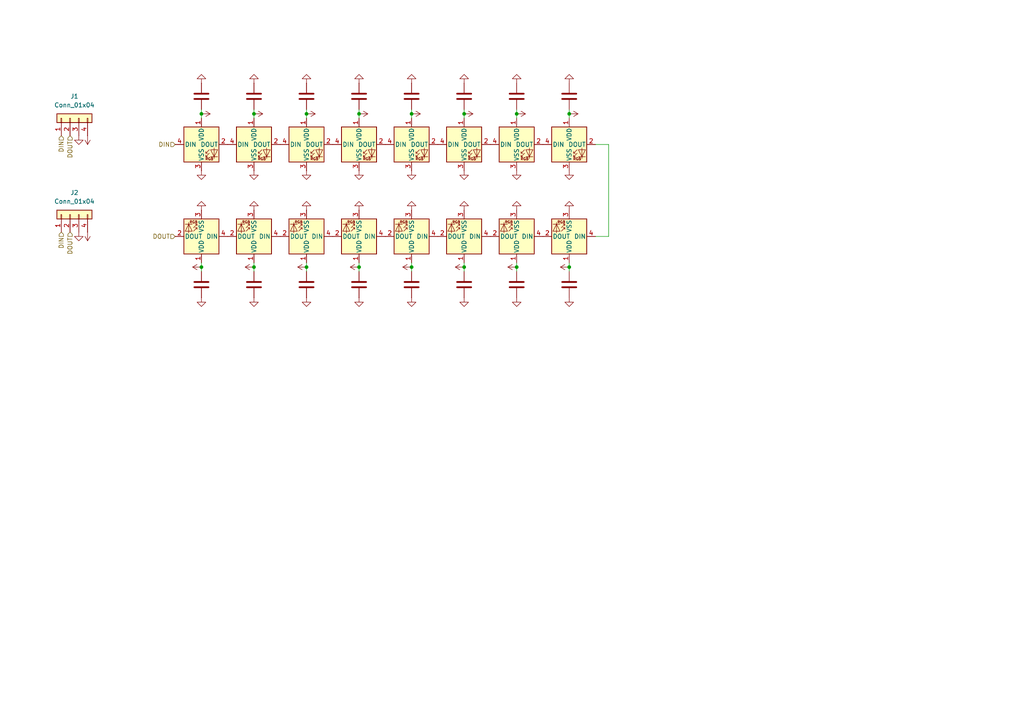
<source format=kicad_sch>
(kicad_sch (version 20231120) (generator "eeschema") (generator_version "8.0")
  (paper "A4")
  (lib_symbols
    (symbol "Connector_Generic:Conn_01x04" (pin_names (offset 1.016) hide)
      (property "Reference" "J" (at 0 5.08 0))
      (property "Value" "Conn_01x04" (at 0 -7.62 0))
      (symbol "Conn_01x04_1_1"
        (rectangle (start -1.27 -4.953) (end 0 -5.207) (stroke (width 0.1524)))
        (rectangle (start -1.27 -2.413) (end 0 -2.667) (stroke (width 0.1524)))
        (rectangle (start -1.27 0.127) (end 0 -0.127) (stroke (width 0.1524)))
        (rectangle (start -1.27 2.667) (end 0 2.413) (stroke (width 0.1524)))
        (rectangle (start -1.27 3.81) (end 1.27 -6.35) (stroke (width 0.254)) (fill (type background)))
        (pin passive line (at -5.08 2.54 0) (length 3.81) (name "Pin_1") (number "1"))
        (pin passive line (at -5.08 0 0) (length 3.81) (name "Pin_2") (number "2"))
        (pin passive line (at -5.08 -2.54 0) (length 3.81) (name "Pin_3") (number "3"))
        (pin passive line (at -5.08 -5.08 0) (length 3.81) (name "Pin_4") (number "4"))
      )
    )
    (symbol "Device:C" (pin_numbers hide) (pin_names (offset 0.254))
      (property "Reference" "C" (at 0.635 2.54 0))
      (property "Value" "C" (at 0.635 -2.54 0))
      (symbol "C_0_1"
        (polyline (pts (xy -2.032 -0.762) (xy 2.032 -0.762)) (stroke (width 0.508)))
        (polyline (pts (xy -2.032 0.762) (xy 2.032 0.762)) (stroke (width 0.508)))
      )
      (symbol "C_1_1"
        (pin passive line (at 0 3.81 270) (length 2.794) (name "~") (number "1"))
        (pin passive line (at 0 -3.81 90) (length 2.794) (name "~") (number "2"))
      )
    )
    (symbol "LED:WS2812B" (pin_names (offset 0.254))
      (property "Reference" "D" (at 5.08 5.715 0))
      (property "Value" "WS2812B" (at 1.27 -5.715 0))
      (symbol "WS2812B_0_0"
        (text "RGB" (at 2.286 -4.191 0) (effects (font (size 0.762 0.762))))
      )
      (symbol "WS2812B_0_1"
        (polyline (pts (xy 1.27 -3.556) (xy 1.778 -3.556)))
        (polyline (pts (xy 1.27 -2.54) (xy 1.778 -2.54)))
        (polyline (pts (xy 4.699 -3.556) (xy 2.667 -3.556)))
        (polyline (pts (xy 2.286 -2.54) (xy 1.27 -3.556) (xy 1.27 -3.048)))
        (polyline (pts (xy 2.286 -1.524) (xy 1.27 -2.54) (xy 1.27 -2.032)))
        (polyline (pts (xy 3.683 -1.016) (xy 3.683 -3.556) (xy 3.683 -4.064)))
        (polyline (pts (xy 4.699 -1.524) (xy 2.667 -1.524) (xy 3.683 -3.556) (xy 4.699 -1.524)))
        (rectangle (start 5.08 5.08) (end -5.08 -5.08) (stroke (width 0.254)) (fill (type background)))
      )
      (symbol "WS2812B_1_1"
        (pin power_in line (at 0 7.62 270) (length 2.54) (name "VDD") (number "1"))
        (pin output line (at 7.62 0 180) (length 2.54) (name "DOUT") (number "2"))
        (pin power_in line (at 0 -7.62 90) (length 2.54) (name "VSS") (number "3"))
        (pin input line (at -7.62 0 0) (length 2.54) (name "DIN") (number "4"))
      )
    )
    (symbol "power:GND" (power) (pin_numbers hide) (pin_names (offset 0) hide)
      (property "Value" "GND" (at 0 -3.81 0))
      (symbol "GND_0_1"
        (polyline (pts (xy 0 0) (xy 0 -1.27) (xy 1.27 -1.27) (xy 0 -2.54) (xy -1.27 -1.27) (xy 0 -1.27)))
      )
      (symbol "GND_1_1"
        (pin power_in line (at 0 0 270) (length 0) (name "~") (number "1"))
      )
    )
    (symbol "power:VCC" (power) (pin_numbers hide) (pin_names (offset 0) hide)
      (property "Value" "VCC" (at 0 3.556 0))
      (symbol "VCC_0_1"
        (polyline (pts (xy -0.762 1.27) (xy 0 2.54)))
        (polyline (pts (xy 0 0) (xy 0 2.54)))
        (polyline (pts (xy 0 2.54) (xy 0.762 1.27)))
      )
      (symbol "VCC_1_1"
        (pin power_in line (at 0 0 90) (length 0) (name "~") (number "1"))
      )
    )
  )
  (junction (at 119.38 33.02))
  (junction (at 73.66 33.02))
  (junction (at 134.62 33.02))
  (junction (at 88.9 77.47))
  (junction (at 134.62 77.47))
  (junction (at 104.14 77.47))
  (junction (at 73.66 77.47))
  (junction (at 58.42 33.02))
  (junction (at 165.1 77.47))
  (junction (at 119.38 77.47))
  (junction (at 149.86 33.02))
  (junction (at 165.1 33.02))
  (junction (at 58.42 77.47))
  (junction (at 88.9 33.02))
  (junction (at 149.86 77.47))
  (junction (at 104.14 33.02))
  (wire (pts (xy 149.86 33.02) (xy 149.86 34.29)))
  (wire (pts (xy 104.14 33.02) (xy 104.14 34.29)))
  (wire (pts (xy 165.1 78.74) (xy 165.1 77.47)))
  (wire (pts (xy 58.42 31.75) (xy 58.42 33.02)))
  (wire (pts (xy 134.62 77.47) (xy 134.62 76.2)))
  (wire (pts (xy 58.42 78.74) (xy 58.42 77.47)))
  (wire (pts (xy 58.42 33.02) (xy 58.42 34.29)))
  (wire (pts (xy 119.38 77.47) (xy 119.38 76.2)))
  (wire (pts (xy 149.86 78.74) (xy 149.86 77.47)))
  (wire (pts (xy 58.42 77.47) (xy 58.42 76.2)))
  (wire (pts (xy 88.9 77.47) (xy 88.9 76.2)))
  (wire (pts (xy 134.62 78.74) (xy 134.62 77.47)))
  (wire (pts (xy 165.1 77.47) (xy 165.1 76.2)))
  (wire (pts (xy 165.1 31.75) (xy 165.1 33.02)))
  (wire (pts (xy 172.72 41.91) (xy 176.53 41.91)))
  (wire (pts (xy 73.66 77.47) (xy 73.66 76.2)))
  (wire (pts (xy 134.62 31.75) (xy 134.62 33.02)))
  (wire (pts (xy 149.86 31.75) (xy 149.86 33.02)))
  (wire (pts (xy 149.86 77.47) (xy 149.86 76.2)))
  (wire (pts (xy 119.38 33.02) (xy 119.38 34.29)))
  (wire (pts (xy 165.1 33.02) (xy 165.1 34.29)))
  (wire (pts (xy 104.14 31.75) (xy 104.14 33.02)))
  (wire (pts (xy 73.66 33.02) (xy 73.66 34.29)))
  (wire (pts (xy 134.62 33.02) (xy 134.62 34.29)))
  (wire (pts (xy 176.53 68.58) (xy 172.72 68.58)))
  (wire (pts (xy 73.66 31.75) (xy 73.66 33.02)))
  (wire (pts (xy 88.9 78.74) (xy 88.9 77.47)))
  (wire (pts (xy 104.14 77.47) (xy 104.14 76.2)))
  (wire (pts (xy 104.14 78.74) (xy 104.14 77.47)))
  (wire (pts (xy 88.9 33.02) (xy 88.9 34.29)))
  (wire (pts (xy 119.38 78.74) (xy 119.38 77.47)))
  (wire (pts (xy 88.9 31.75) (xy 88.9 33.02)))
  (wire (pts (xy 119.38 31.75) (xy 119.38 33.02)))
  (wire (pts (xy 176.53 41.91) (xy 176.53 68.58)))
  (wire (pts (xy 73.66 78.74) (xy 73.66 77.47)))
  (hierarchical_label "DOUT" (shape input) (at 50.8 68.58 180))
  (hierarchical_label "DIN" (shape input) (at 17.78 67.31 270))
  (hierarchical_label "DOUT" (shape input) (at 20.32 67.31 270))
  (hierarchical_label "DIN" (shape input) (at 50.8 41.91 180))
  (hierarchical_label "DIN" (shape input) (at 17.78 39.37 270))
  (hierarchical_label "DOUT" (shape input) (at 20.32 39.37 270))
  (symbol (lib_id "power:VCC") (at 58.42 33.02 270) (unit 1)
    (property "Reference" "#PWR01" (effects (hide yes)))
    (property "Value" "VCC" (effects (hide yes)))
    (property "Description" "Power symbol creates a global label with name \"VCC\"" (effects (hide yes)))
  )
  (symbol (lib_id "power:GND") (at 58.42 24.13 180) (unit 1)
    (property "Reference" "#PWR03" (effects (hide yes)))
    (property "Value" "GND" (effects (hide yes)))
    (property "Description" "Power symbol creates a global label with name \"GND\" , ground" (effects (hide yes)))
  )
  (symbol (lib_id "LED:WS2812B") (at 119.38 68.58 180) (unit 1)
    (property "Reference" "D12" (effects (hide yes)))
    (property "Value" "WS2812B" (effects (hide yes)))
    (property "Footprint" "LED_SMD:LED_WS2812B_PLCC4_5.0x5.0mm_P3.2mm" (effects (hide yes)))
    (property "Datasheet" "https://cdn-shop.adafruit.com/datasheets/WS2812B.pdf" (effects (hide yes)))
    (property "Description" "RGB LED with integrated controller" (effects (hide yes)))
  )
  (symbol (lib_id "Device:C") (at 165.1 82.55 180) (unit 1)
    (property "Reference" "C9" (effects (hide yes)))
    (property "Value" "C" (effects (hide yes)))
    (property "Footprint" "Capacitor_SMD:C_0603_1608Metric" (effects (hide yes)))
    (property "Description" "Unpolarized capacitor" (effects (hide yes)))
  )
  (symbol (lib_id "power:GND") (at 134.62 86.36 0) (unit 1)
    (property "Reference" "#PWR031" (effects (hide yes)))
    (property "Value" "GND" (effects (hide yes)))
    (property "Description" "Power symbol creates a global label with name \"GND\" , ground" (effects (hide yes)))
  )
  (symbol (lib_id "power:VCC") (at 73.66 77.47 90) (unit 1)
    (property "Reference" "#PWR044" (effects (hide yes)))
    (property "Value" "VCC" (effects (hide yes)))
    (property "Description" "Power symbol creates a global label with name \"VCC\"" (effects (hide yes)))
  )
  (symbol (lib_id "Device:C") (at 88.9 82.55 180) (unit 1)
    (property "Reference" "C14" (effects (hide yes)))
    (property "Value" "C" (effects (hide yes)))
    (property "Footprint" "Capacitor_SMD:C_0603_1608Metric" (effects (hide yes)))
    (property "Description" "Unpolarized capacitor" (effects (hide yes)))
  )
  (symbol (lib_id "power:GND") (at 165.1 86.36 0) (unit 1)
    (property "Reference" "#PWR025" (effects (hide yes)))
    (property "Value" "GND" (effects (hide yes)))
    (property "Description" "Power symbol creates a global label with name \"GND\" , ground" (effects (hide yes)))
  )
  (symbol (lib_id "power:GND") (at 22.86 67.31 0) (unit 1)
    (property "Reference" "#PWR050" (effects (hide yes)))
    (property "Value" "GND" (effects (hide yes)))
    (property "Description" "Power symbol creates a global label with name \"GND\" , ground" (effects (hide yes)))
  )
  (symbol (lib_id "LED:WS2812B") (at 165.1 68.58 180) (unit 1)
    (property "Reference" "D9" (effects (hide yes)))
    (property "Value" "WS2812B" (effects (hide yes)))
    (property "Footprint" "LED_SMD:LED_WS2812B_PLCC4_5.0x5.0mm_P3.2mm" (effects (hide yes)))
    (property "Datasheet" "https://cdn-shop.adafruit.com/datasheets/WS2812B.pdf" (effects (hide yes)))
    (property "Description" "RGB LED with integrated controller" (effects (hide yes)))
  )
  (symbol (lib_id "LED:WS2812B") (at 119.38 41.91 0) (unit 1)
    (property "Reference" "D5" (effects (hide yes)))
    (property "Value" "WS2812B" (effects (hide yes)))
    (property "Footprint" "LED_SMD:LED_WS2812B_PLCC4_5.0x5.0mm_P3.2mm" (effects (hide yes)))
    (property "Datasheet" "https://cdn-shop.adafruit.com/datasheets/WS2812B.pdf" (effects (hide yes)))
    (property "Description" "RGB LED with integrated controller" (effects (hide yes)))
  )
  (symbol (lib_id "power:VCC") (at 134.62 77.47 90) (unit 1)
    (property "Reference" "#PWR032" (effects (hide yes)))
    (property "Value" "VCC" (effects (hide yes)))
    (property "Description" "Power symbol creates a global label with name \"VCC\"" (effects (hide yes)))
  )
  (symbol (lib_id "Device:C") (at 88.9 27.94 0) (unit 1)
    (property "Reference" "C3" (effects (hide yes)))
    (property "Value" "C" (effects (hide yes)))
    (property "Footprint" "Capacitor_SMD:C_0603_1608Metric" (effects (hide yes)))
    (property "Description" "Unpolarized capacitor" (effects (hide yes)))
  )
  (symbol (lib_id "power:GND") (at 22.86 39.37 0) (unit 1)
    (property "Reference" "#PWR049" (effects (hide yes)))
    (property "Value" "GND" (effects (hide yes)))
    (property "Description" "Power symbol creates a global label with name \"GND\" , ground" (effects (hide yes)))
  )
  (symbol (lib_id "power:GND") (at 149.86 60.96 180) (unit 1)
    (property "Reference" "#PWR030" (effects (hide yes)))
    (property "Value" "GND" (effects (hide yes)))
    (property "Description" "Power symbol creates a global label with name \"GND\" , ground" (effects (hide yes)))
  )
  (symbol (lib_id "power:GND") (at 149.86 24.13 180) (unit 1)
    (property "Reference" "#PWR019" (effects (hide yes)))
    (property "Value" "GND" (effects (hide yes)))
    (property "Description" "Power symbol creates a global label with name \"GND\" , ground" (effects (hide yes)))
  )
  (symbol (lib_id "power:GND") (at 149.86 49.53 0) (unit 1)
    (property "Reference" "#PWR021" (effects (hide yes)))
    (property "Value" "GND" (effects (hide yes)))
    (property "Description" "Power symbol creates a global label with name \"GND\" , ground" (effects (hide yes)))
  )
  (symbol (lib_id "power:GND") (at 104.14 24.13 180) (unit 1)
    (property "Reference" "#PWR010" (effects (hide yes)))
    (property "Value" "GND" (effects (hide yes)))
    (property "Description" "Power symbol creates a global label with name \"GND\" , ground" (effects (hide yes)))
  )
  (symbol (lib_id "power:GND") (at 165.1 60.96 180) (unit 1)
    (property "Reference" "#PWR027" (effects (hide yes)))
    (property "Value" "GND" (effects (hide yes)))
    (property "Description" "Power symbol creates a global label with name \"GND\" , ground" (effects (hide yes)))
  )
  (symbol (lib_id "LED:WS2812B") (at 58.42 41.91 0) (unit 1)
    (property "Reference" "D1" (effects (hide yes)))
    (property "Value" "WS2812B" (effects (hide yes)))
    (property "Footprint" "LED_SMD:LED_WS2812B_PLCC4_5.0x5.0mm_P3.2mm" (effects (hide yes)))
    (property "Datasheet" "https://cdn-shop.adafruit.com/datasheets/WS2812B.pdf" (effects (hide yes)))
    (property "Description" "RGB LED with integrated controller" (effects (hide yes)))
  )
  (symbol (lib_id "power:VCC") (at 104.14 33.02 270) (unit 1)
    (property "Reference" "#PWR011" (effects (hide yes)))
    (property "Value" "VCC" (effects (hide yes)))
    (property "Description" "Power symbol creates a global label with name \"VCC\"" (effects (hide yes)))
  )
  (symbol (lib_id "Device:C") (at 104.14 27.94 0) (unit 1)
    (property "Reference" "C4" (effects (hide yes)))
    (property "Value" "C" (effects (hide yes)))
    (property "Footprint" "Capacitor_SMD:C_0603_1608Metric" (effects (hide yes)))
    (property "Description" "Unpolarized capacitor" (effects (hide yes)))
  )
  (symbol (lib_id "power:GND") (at 104.14 86.36 0) (unit 1)
    (property "Reference" "#PWR037" (effects (hide yes)))
    (property "Value" "GND" (effects (hide yes)))
    (property "Description" "Power symbol creates a global label with name \"GND\" , ground" (effects (hide yes)))
  )
  (symbol (lib_id "power:GND") (at 149.86 86.36 0) (unit 1)
    (property "Reference" "#PWR028" (effects (hide yes)))
    (property "Value" "GND" (effects (hide yes)))
    (property "Description" "Power symbol creates a global label with name \"GND\" , ground" (effects (hide yes)))
  )
  (symbol (lib_id "power:VCC") (at 165.1 33.02 270) (unit 1)
    (property "Reference" "#PWR023" (effects (hide yes)))
    (property "Value" "VCC" (effects (hide yes)))
    (property "Description" "Power symbol creates a global label with name \"VCC\"" (effects (hide yes)))
  )
  (symbol (lib_id "power:GND") (at 134.62 49.53 0) (unit 1)
    (property "Reference" "#PWR018" (effects (hide yes)))
    (property "Value" "GND" (effects (hide yes)))
    (property "Description" "Power symbol creates a global label with name \"GND\" , ground" (effects (hide yes)))
  )
  (symbol (lib_id "Device:C") (at 134.62 82.55 180) (unit 1)
    (property "Reference" "C11" (effects (hide yes)))
    (property "Value" "C" (effects (hide yes)))
    (property "Footprint" "Capacitor_SMD:C_0603_1608Metric" (effects (hide yes)))
    (property "Description" "Unpolarized capacitor" (effects (hide yes)))
  )
  (symbol (lib_id "power:GND") (at 88.9 24.13 180) (unit 1)
    (property "Reference" "#PWR07" (effects (hide yes)))
    (property "Value" "GND" (effects (hide yes)))
    (property "Description" "Power symbol creates a global label with name \"GND\" , ground" (effects (hide yes)))
  )
  (symbol (lib_id "Device:C") (at 104.14 82.55 180) (unit 1)
    (property "Reference" "C13" (effects (hide yes)))
    (property "Value" "C" (effects (hide yes)))
    (property "Footprint" "Capacitor_SMD:C_0603_1608Metric" (effects (hide yes)))
    (property "Description" "Unpolarized capacitor" (effects (hide yes)))
  )
  (symbol (lib_id "power:GND") (at 119.38 49.53 0) (unit 1)
    (property "Reference" "#PWR015" (effects (hide yes)))
    (property "Value" "GND" (effects (hide yes)))
    (property "Description" "Power symbol creates a global label with name \"GND\" , ground" (effects (hide yes)))
  )
  (symbol (lib_id "power:GND") (at 73.66 24.13 180) (unit 1)
    (property "Reference" "#PWR04" (effects (hide yes)))
    (property "Value" "GND" (effects (hide yes)))
    (property "Description" "Power symbol creates a global label with name \"GND\" , ground" (effects (hide yes)))
  )
  (symbol (lib_id "power:GND") (at 88.9 49.53 0) (unit 1)
    (property "Reference" "#PWR09" (effects (hide yes)))
    (property "Value" "GND" (effects (hide yes)))
    (property "Description" "Power symbol creates a global label with name \"GND\" , ground" (effects (hide yes)))
  )
  (symbol (lib_id "Device:C") (at 119.38 27.94 0) (unit 1)
    (property "Reference" "C5" (effects (hide yes)))
    (property "Value" "C" (effects (hide yes)))
    (property "Footprint" "Capacitor_SMD:C_0603_1608Metric" (effects (hide yes)))
    (property "Description" "Unpolarized capacitor" (effects (hide yes)))
  )
  (symbol (lib_id "LED:WS2812B") (at 165.1 41.91 0) (unit 1)
    (property "Reference" "D8" (effects (hide yes)))
    (property "Value" "WS2812B" (effects (hide yes)))
    (property "Footprint" "LED_SMD:LED_WS2812B_PLCC4_5.0x5.0mm_P3.2mm" (effects (hide yes)))
    (property "Datasheet" "https://cdn-shop.adafruit.com/datasheets/WS2812B.pdf" (effects (hide yes)))
    (property "Description" "RGB LED with integrated controller" (effects (hide yes)))
  )
  (symbol (lib_id "power:VCC") (at 88.9 33.02 270) (unit 1)
    (property "Reference" "#PWR08" (effects (hide yes)))
    (property "Value" "VCC" (effects (hide yes)))
    (property "Description" "Power symbol creates a global label with name \"VCC\"" (effects (hide yes)))
  )
  (symbol (lib_id "power:GND") (at 165.1 49.53 0) (unit 1)
    (property "Reference" "#PWR024" (effects (hide yes)))
    (property "Value" "GND" (effects (hide yes)))
    (property "Description" "Power symbol creates a global label with name \"GND\" , ground" (effects (hide yes)))
  )
  (symbol (lib_id "LED:WS2812B") (at 104.14 41.91 0) (unit 1)
    (property "Reference" "D4" (effects (hide yes)))
    (property "Value" "WS2812B" (effects (hide yes)))
    (property "Footprint" "LED_SMD:LED_WS2812B_PLCC4_5.0x5.0mm_P3.2mm" (effects (hide yes)))
    (property "Datasheet" "https://cdn-shop.adafruit.com/datasheets/WS2812B.pdf" (effects (hide yes)))
    (property "Description" "RGB LED with integrated controller" (effects (hide yes)))
  )
  (symbol (lib_id "Device:C") (at 119.38 82.55 180) (unit 1)
    (property "Reference" "C12" (effects (hide yes)))
    (property "Value" "C" (effects (hide yes)))
    (property "Footprint" "Capacitor_SMD:C_0603_1608Metric" (effects (hide yes)))
    (property "Description" "Unpolarized capacitor" (effects (hide yes)))
  )
  (symbol (lib_id "Device:C") (at 58.42 27.94 0) (unit 1)
    (property "Reference" "C1" (effects (hide yes)))
    (property "Value" "C" (effects (hide yes)))
    (property "Footprint" "Capacitor_SMD:C_0603_1608Metric" (effects (hide yes)))
    (property "Description" "Unpolarized capacitor" (effects (hide yes)))
  )
  (symbol (lib_id "LED:WS2812B") (at 58.42 68.58 180) (unit 1)
    (property "Reference" "D16" (effects (hide yes)))
    (property "Value" "WS2812B" (effects (hide yes)))
    (property "Footprint" "LED_SMD:LED_WS2812B_PLCC4_5.0x5.0mm_P3.2mm" (effects (hide yes)))
    (property "Datasheet" "https://cdn-shop.adafruit.com/datasheets/WS2812B.pdf" (effects (hide yes)))
    (property "Description" "RGB LED with integrated controller" (effects (hide yes)))
  )
  (symbol (lib_id "power:VCC") (at 104.14 77.47 90) (unit 1)
    (property "Reference" "#PWR038" (effects (hide yes)))
    (property "Value" "VCC" (effects (hide yes)))
    (property "Description" "Power symbol creates a global label with name \"VCC\"" (effects (hide yes)))
  )
  (symbol (lib_id "power:GND") (at 104.14 49.53 0) (unit 1)
    (property "Reference" "#PWR012" (effects (hide yes)))
    (property "Value" "GND" (effects (hide yes)))
    (property "Description" "Power symbol creates a global label with name \"GND\" , ground" (effects (hide yes)))
  )
  (symbol (lib_id "power:GND") (at 104.14 60.96 180) (unit 1)
    (property "Reference" "#PWR039" (effects (hide yes)))
    (property "Value" "GND" (effects (hide yes)))
    (property "Description" "Power symbol creates a global label with name \"GND\" , ground" (effects (hide yes)))
  )
  (symbol (lib_id "LED:WS2812B") (at 88.9 68.58 180) (unit 1)
    (property "Reference" "D14" (effects (hide yes)))
    (property "Value" "WS2812B" (effects (hide yes)))
    (property "Footprint" "LED_SMD:LED_WS2812B_PLCC4_5.0x5.0mm_P3.2mm" (effects (hide yes)))
    (property "Datasheet" "https://cdn-shop.adafruit.com/datasheets/WS2812B.pdf" (effects (hide yes)))
    (property "Description" "RGB LED with integrated controller" (effects (hide yes)))
  )
  (symbol (lib_id "power:GND") (at 73.66 86.36 0) (unit 1)
    (property "Reference" "#PWR043" (effects (hide yes)))
    (property "Value" "GND" (effects (hide yes)))
    (property "Description" "Power symbol creates a global label with name \"GND\" , ground" (effects (hide yes)))
  )
  (symbol (lib_id "power:VCC") (at 88.9 77.47 90) (unit 1)
    (property "Reference" "#PWR041" (effects (hide yes)))
    (property "Value" "VCC" (effects (hide yes)))
    (property "Description" "Power symbol creates a global label with name \"VCC\"" (effects (hide yes)))
  )
  (symbol (lib_id "LED:WS2812B") (at 134.62 68.58 180) (unit 1)
    (property "Reference" "D11" (effects (hide yes)))
    (property "Value" "WS2812B" (effects (hide yes)))
    (property "Footprint" "LED_SMD:LED_WS2812B_PLCC4_5.0x5.0mm_P3.2mm" (effects (hide yes)))
    (property "Datasheet" "https://cdn-shop.adafruit.com/datasheets/WS2812B.pdf" (effects (hide yes)))
    (property "Description" "RGB LED with integrated controller" (effects (hide yes)))
  )
  (symbol (lib_id "LED:WS2812B") (at 73.66 68.58 180) (unit 1)
    (property "Reference" "D15" (effects (hide yes)))
    (property "Value" "WS2812B" (effects (hide yes)))
    (property "Footprint" "LED_SMD:LED_WS2812B_PLCC4_5.0x5.0mm_P3.2mm" (effects (hide yes)))
    (property "Datasheet" "https://cdn-shop.adafruit.com/datasheets/WS2812B.pdf" (effects (hide yes)))
    (property "Description" "RGB LED with integrated controller" (effects (hide yes)))
  )
  (symbol (lib_id "power:GND") (at 119.38 86.36 0) (unit 1)
    (property "Reference" "#PWR034" (effects (hide yes)))
    (property "Value" "GND" (effects (hide yes)))
    (property "Description" "Power symbol creates a global label with name \"GND\" , ground" (effects (hide yes)))
  )
  (symbol (lib_id "Device:C") (at 134.62 27.94 0) (unit 1)
    (property "Reference" "C6" (effects (hide yes)))
    (property "Value" "C" (effects (hide yes)))
    (property "Footprint" "Capacitor_SMD:C_0603_1608Metric" (effects (hide yes)))
    (property "Description" "Unpolarized capacitor" (effects (hide yes)))
  )
  (symbol (lib_id "LED:WS2812B") (at 88.9 41.91 0) (unit 1)
    (property "Reference" "D3" (effects (hide yes)))
    (property "Value" "WS2812B" (effects (hide yes)))
    (property "Footprint" "LED_SMD:LED_WS2812B_PLCC4_5.0x5.0mm_P3.2mm" (effects (hide yes)))
    (property "Datasheet" "https://cdn-shop.adafruit.com/datasheets/WS2812B.pdf" (effects (hide yes)))
    (property "Description" "RGB LED with integrated controller" (effects (hide yes)))
  )
  (symbol (lib_id "power:GND") (at 134.62 24.13 180) (unit 1)
    (property "Reference" "#PWR016" (effects (hide yes)))
    (property "Value" "GND" (effects (hide yes)))
    (property "Description" "Power symbol creates a global label with name \"GND\" , ground" (effects (hide yes)))
  )
  (symbol (lib_id "power:VCC") (at 119.38 77.47 90) (unit 1)
    (property "Reference" "#PWR035" (effects (hide yes)))
    (property "Value" "VCC" (effects (hide yes)))
    (property "Description" "Power symbol creates a global label with name \"VCC\"" (effects (hide yes)))
  )
  (symbol (lib_id "power:VCC") (at 25.4 67.31 180) (unit 1)
    (property "Reference" "#PWR051" (effects (hide yes)))
    (property "Value" "VCC" (effects (hide yes)))
    (property "Description" "Power symbol creates a global label with name \"VCC\"" (effects (hide yes)))
  )
  (symbol (lib_id "power:GND") (at 88.9 60.96 180) (unit 1)
    (property "Reference" "#PWR042" (effects (hide yes)))
    (property "Value" "GND" (effects (hide yes)))
    (property "Description" "Power symbol creates a global label with name \"GND\" , ground" (effects (hide yes)))
  )
  (symbol (lib_id "power:VCC") (at 165.1 77.47 90) (unit 1)
    (property "Reference" "#PWR026" (effects (hide yes)))
    (property "Value" "VCC" (effects (hide yes)))
    (property "Description" "Power symbol creates a global label with name \"VCC\"" (effects (hide yes)))
  )
  (symbol (lib_id "power:GND") (at 73.66 49.53 0) (unit 1)
    (property "Reference" "#PWR06" (effects (hide yes)))
    (property "Value" "GND" (effects (hide yes)))
    (property "Description" "Power symbol creates a global label with name \"GND\" , ground" (effects (hide yes)))
  )
  (symbol (lib_id "power:VCC") (at 58.42 77.47 90) (unit 1)
    (property "Reference" "#PWR047" (effects (hide yes)))
    (property "Value" "VCC" (effects (hide yes)))
    (property "Description" "Power symbol creates a global label with name \"VCC\"" (effects (hide yes)))
  )
  (symbol (lib_id "Device:C") (at 149.86 82.55 180) (unit 1)
    (property "Reference" "C10" (effects (hide yes)))
    (property "Value" "C" (effects (hide yes)))
    (property "Footprint" "Capacitor_SMD:C_0603_1608Metric" (effects (hide yes)))
    (property "Description" "Unpolarized capacitor" (effects (hide yes)))
  )
  (symbol (lib_id "LED:WS2812B") (at 149.86 41.91 0) (unit 1)
    (property "Reference" "D7" (effects (hide yes)))
    (property "Value" "WS2812B" (effects (hide yes)))
    (property "Footprint" "LED_SMD:LED_WS2812B_PLCC4_5.0x5.0mm_P3.2mm" (effects (hide yes)))
    (property "Datasheet" "https://cdn-shop.adafruit.com/datasheets/WS2812B.pdf" (effects (hide yes)))
    (property "Description" "RGB LED with integrated controller" (effects (hide yes)))
  )
  (symbol (lib_id "power:VCC") (at 73.66 33.02 270) (unit 1)
    (property "Reference" "#PWR05" (effects (hide yes)))
    (property "Value" "VCC" (effects (hide yes)))
    (property "Description" "Power symbol creates a global label with name \"VCC\"" (effects (hide yes)))
  )
  (symbol (lib_id "Device:C") (at 58.42 82.55 180) (unit 1)
    (property "Reference" "C16" (effects (hide yes)))
    (property "Value" "C" (effects (hide yes)))
    (property "Footprint" "Capacitor_SMD:C_0603_1608Metric" (effects (hide yes)))
    (property "Description" "Unpolarized capacitor" (effects (hide yes)))
  )
  (symbol (lib_id "Device:C") (at 73.66 27.94 0) (unit 1)
    (property "Reference" "C2" (effects (hide yes)))
    (property "Value" "C" (effects (hide yes)))
    (property "Footprint" "Capacitor_SMD:C_0603_1608Metric" (effects (hide yes)))
    (property "Description" "Unpolarized capacitor" (effects (hide yes)))
  )
  (symbol (lib_id "power:VCC") (at 149.86 77.47 90) (unit 1)
    (property "Reference" "#PWR029" (effects (hide yes)))
    (property "Value" "VCC" (effects (hide yes)))
    (property "Description" "Power symbol creates a global label with name \"VCC\"" (effects (hide yes)))
  )
  (symbol (lib_id "power:VCC") (at 134.62 33.02 270) (unit 1)
    (property "Reference" "#PWR017" (effects (hide yes)))
    (property "Value" "VCC" (effects (hide yes)))
    (property "Description" "Power symbol creates a global label with name \"VCC\"" (effects (hide yes)))
  )
  (symbol (lib_id "power:GND") (at 165.1 24.13 180) (unit 1)
    (property "Reference" "#PWR022" (effects (hide yes)))
    (property "Value" "GND" (effects (hide yes)))
    (property "Description" "Power symbol creates a global label with name \"GND\" , ground" (effects (hide yes)))
  )
  (symbol (lib_id "power:GND") (at 134.62 60.96 180) (unit 1)
    (property "Reference" "#PWR033" (effects (hide yes)))
    (property "Value" "GND" (effects (hide yes)))
    (property "Description" "Power symbol creates a global label with name \"GND\" , ground" (effects (hide yes)))
  )
  (symbol (lib_id "power:GND") (at 58.42 60.96 180) (unit 1)
    (property "Reference" "#PWR048" (effects (hide yes)))
    (property "Value" "GND" (effects (hide yes)))
    (property "Description" "Power symbol creates a global label with name \"GND\" , ground" (effects (hide yes)))
  )
  (symbol (lib_id "power:GND") (at 119.38 24.13 180) (unit 1)
    (property "Reference" "#PWR013" (effects (hide yes)))
    (property "Value" "GND" (effects (hide yes)))
    (property "Description" "Power symbol creates a global label with name \"GND\" , ground" (effects (hide yes)))
  )
  (symbol (lib_id "power:VCC") (at 149.86 33.02 270) (unit 1)
    (property "Reference" "#PWR020" (effects (hide yes)))
    (property "Value" "VCC" (effects (hide yes)))
    (property "Description" "Power symbol creates a global label with name \"VCC\"" (effects (hide yes)))
  )
  (symbol (lib_id "power:GND") (at 73.66 60.96 180) (unit 1)
    (property "Reference" "#PWR045" (effects (hide yes)))
    (property "Value" "GND" (effects (hide yes)))
    (property "Description" "Power symbol creates a global label with name \"GND\" , ground" (effects (hide yes)))
  )
  (symbol (lib_id "Connector_Generic:Conn_01x04") (at 20.32 62.23 90) (unit 1)
    (property "Reference" "J2" (at 21.59 55.88 90))
    (property "Value" "Conn_01x04" (at 21.59 58.42 90))
    (property "Footprint" "SMDPrints:01x04_SMD_Pads" (effects (hide yes)))
    (property "Description" "Generic connector, single row, 01x04, script generated (kicad-library-utils/schlib/autogen/connector/)" (effects (hide yes)))
  )
  (symbol (lib_id "power:GND") (at 88.9 86.36 0) (unit 1)
    (property "Reference" "#PWR040" (effects (hide yes)))
    (property "Value" "GND" (effects (hide yes)))
    (property "Description" "Power symbol creates a global label with name \"GND\" , ground" (effects (hide yes)))
  )
  (symbol (lib_id "power:GND") (at 58.42 86.36 0) (unit 1)
    (property "Reference" "#PWR046" (effects (hide yes)))
    (property "Value" "GND" (effects (hide yes)))
    (property "Description" "Power symbol creates a global label with name \"GND\" , ground" (effects (hide yes)))
  )
  (symbol (lib_id "power:GND") (at 119.38 60.96 180) (unit 1)
    (property "Reference" "#PWR036" (effects (hide yes)))
    (property "Value" "GND" (effects (hide yes)))
    (property "Description" "Power symbol creates a global label with name \"GND\" , ground" (effects (hide yes)))
  )
  (symbol (lib_id "Device:C") (at 149.86 27.94 0) (unit 1)
    (property "Reference" "C7" (effects (hide yes)))
    (property "Value" "C" (effects (hide yes)))
    (property "Footprint" "Capacitor_SMD:C_0603_1608Metric" (effects (hide yes)))
    (property "Description" "Unpolarized capacitor" (effects (hide yes)))
  )
  (symbol (lib_id "power:VCC") (at 119.38 33.02 270) (unit 1)
    (property "Reference" "#PWR014" (effects (hide yes)))
    (property "Value" "VCC" (effects (hide yes)))
    (property "Description" "Power symbol creates a global label with name \"VCC\"" (effects (hide yes)))
  )
  (symbol (lib_id "Device:C") (at 73.66 82.55 180) (unit 1)
    (property "Reference" "C15" (effects (hide yes)))
    (property "Value" "C" (effects (hide yes)))
    (property "Footprint" "Capacitor_SMD:C_0603_1608Metric" (effects (hide yes)))
    (property "Description" "Unpolarized capacitor" (effects (hide yes)))
  )
  (symbol (lib_id "power:VCC") (at 25.4 39.37 180) (unit 1)
    (property "Reference" "#PWR052" (effects (hide yes)))
    (property "Value" "VCC" (effects (hide yes)))
    (property "Description" "Power symbol creates a global label with name \"VCC\"" (effects (hide yes)))
  )
  (symbol (lib_id "LED:WS2812B") (at 134.62 41.91 0) (unit 1)
    (property "Reference" "D6" (effects (hide yes)))
    (property "Value" "WS2812B" (effects (hide yes)))
    (property "Footprint" "LED_SMD:LED_WS2812B_PLCC4_5.0x5.0mm_P3.2mm" (effects (hide yes)))
    (property "Datasheet" "https://cdn-shop.adafruit.com/datasheets/WS2812B.pdf" (effects (hide yes)))
    (property "Description" "RGB LED with integrated controller" (effects (hide yes)))
  )
  (symbol (lib_id "LED:WS2812B") (at 149.86 68.58 180) (unit 1)
    (property "Reference" "D10" (effects (hide yes)))
    (property "Value" "WS2812B" (effects (hide yes)))
    (property "Footprint" "LED_SMD:LED_WS2812B_PLCC4_5.0x5.0mm_P3.2mm" (effects (hide yes)))
    (property "Datasheet" "https://cdn-shop.adafruit.com/datasheets/WS2812B.pdf" (effects (hide yes)))
    (property "Description" "RGB LED with integrated controller" (effects (hide yes)))
  )
  (symbol (lib_id "LED:WS2812B") (at 104.14 68.58 180) (unit 1)
    (property "Reference" "D13" (effects (hide yes)))
    (property "Value" "WS2812B" (effects (hide yes)))
    (property "Footprint" "LED_SMD:LED_WS2812B_PLCC4_5.0x5.0mm_P3.2mm" (effects (hide yes)))
    (property "Datasheet" "https://cdn-shop.adafruit.com/datasheets/WS2812B.pdf" (effects (hide yes)))
    (property "Description" "RGB LED with integrated controller" (effects (hide yes)))
  )
  (symbol (lib_id "power:GND") (at 58.42 49.53 0) (unit 1)
    (property "Reference" "#PWR02" (effects (hide yes)))
    (property "Value" "GND" (effects (hide yes)))
    (property "Description" "Power symbol creates a global label with name \"GND\" , ground" (effects (hide yes)))
  )
  (symbol (lib_id "LED:WS2812B") (at 73.66 41.91 0) (unit 1)
    (property "Reference" "D2" (effects (hide yes)))
    (property "Value" "WS2812B" (effects (hide yes)))
    (property "Footprint" "LED_SMD:LED_WS2812B_PLCC4_5.0x5.0mm_P3.2mm" (effects (hide yes)))
    (property "Datasheet" "https://cdn-shop.adafruit.com/datasheets/WS2812B.pdf" (effects (hide yes)))
    (property "Description" "RGB LED with integrated controller" (effects (hide yes)))
  )
  (symbol (lib_id "Device:C") (at 165.1 27.94 0) (unit 1)
    (property "Reference" "C8" (effects (hide yes)))
    (property "Value" "C" (effects (hide yes)))
    (property "Footprint" "Capacitor_SMD:C_0603_1608Metric" (effects (hide yes)))
    (property "Description" "Unpolarized capacitor" (effects (hide yes)))
  )
  (symbol (lib_id "Connector_Generic:Conn_01x04") (at 20.32 34.29 90) (unit 1)
    (property "Reference" "J1" (at 21.59 27.94 90))
    (property "Value" "Conn_01x04" (at 21.59 30.48 90))
    (property "Footprint" "SMDPrints:01x04_SMD_Pads" (effects (hide yes)))
    (property "Description" "Generic connector, single row, 01x04, script generated (kicad-library-utils/schlib/autogen/connector/)" (effects (hide yes)))
  )
)
</source>
